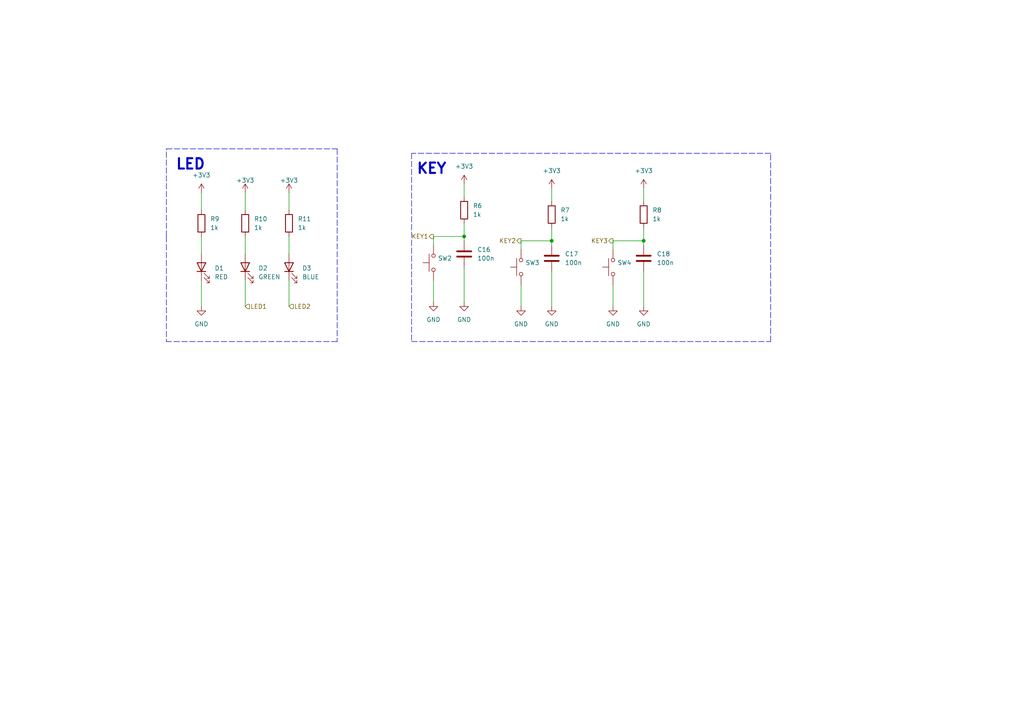
<source format=kicad_sch>
(kicad_sch (version 20211123) (generator eeschema)
  (paper "A4")
  (lib_symbols
    (symbol "Device:C" (pin_numbers hide) (pin_names (offset 0.254))
      (property "Reference" "C" (at 0.635 2.54 0))
      (property "Value" "C" (at 0.635 -2.54 0))
      (symbol "C_0_1"
        (polyline (pts (xy -2.032 -0.762) (xy 2.032 -0.762)) (stroke (width 0.508)))
        (polyline (pts (xy -2.032 0.762) (xy 2.032 0.762)) (stroke (width 0.508)))
      )
      (symbol "C_1_1"
        (pin passive line (at 0 3.81 270) (length 2.794) (name "~") (number "1"))
        (pin passive line (at 0 -3.81 90) (length 2.794) (name "~") (number "2"))
      )
    )
    (symbol "Device:LED" (pin_numbers hide) (pin_names (offset 1.016) hide)
      (property "Reference" "D" (at 0 2.54 0))
      (property "Value" "LED" (at 0 -2.54 0))
      (symbol "LED_0_1"
        (polyline (pts (xy -1.27 -1.27) (xy -1.27 1.27)) (stroke (width 0.254)))
        (polyline (pts (xy -1.27 0) (xy 1.27 0)))
        (polyline (pts (xy 1.27 -1.27) (xy 1.27 1.27) (xy -1.27 0) (xy 1.27 -1.27)) (stroke (width 0.254)))
        (polyline (pts (xy -3.048 -0.762) (xy -4.572 -2.286) (xy -3.81 -2.286) (xy -4.572 -2.286) (xy -4.572 -1.524)))
        (polyline (pts (xy -1.778 -0.762) (xy -3.302 -2.286) (xy -2.54 -2.286) (xy -3.302 -2.286) (xy -3.302 -1.524)))
      )
      (symbol "LED_1_1"
        (pin passive line (at -3.81 0 0) (length 2.54) (name "K") (number "1"))
        (pin passive line (at 3.81 0 180) (length 2.54) (name "A") (number "2"))
      )
    )
    (symbol "Device:R" (pin_numbers hide) (pin_names (offset 0))
      (property "Reference" "R" (at 2.032 0 90))
      (property "Value" "R" (at 0 0 90))
      (symbol "R_0_1"
        (rectangle (start -1.016 -2.54) (end 1.016 2.54) (stroke (width 0.254)))
      )
      (symbol "R_1_1"
        (pin passive line (at 0 3.81 270) (length 1.27) (name "~") (number "1"))
        (pin passive line (at 0 -3.81 90) (length 1.27) (name "~") (number "2"))
      )
    )
    (symbol "Switch:SW_Push" (pin_numbers hide) (pin_names (offset 1.016) hide)
      (property "Reference" "SW" (at 1.27 2.54 0))
      (property "Value" "SW_Push" (at 0 -1.524 0))
      (symbol "SW_Push_0_1"
        (circle (center -2.032 0) (radius 0.508))
        (polyline (pts (xy 0 1.27) (xy 0 3.048)))
        (polyline (pts (xy 2.54 1.27) (xy -2.54 1.27)))
        (circle (center 2.032 0) (radius 0.508))
        (pin passive line (at -5.08 0 0) (length 2.54) (name "1") (number "1"))
        (pin passive line (at 5.08 0 180) (length 2.54) (name "2") (number "2"))
      )
    )
    (symbol "power:+3V3" (power) (pin_names (offset 0))
      (property "Value" "+3V3" (at 0 3.556 0))
      (symbol "+3V3_0_1"
        (polyline (pts (xy -0.762 1.27) (xy 0 2.54)))
        (polyline (pts (xy 0 0) (xy 0 2.54)))
        (polyline (pts (xy 0 2.54) (xy 0.762 1.27)))
      )
      (symbol "+3V3_1_1"
        (pin power_in line (at 0 0 90) (length 0) hide (name "+3V3") (number "1"))
      )
    )
    (symbol "power:GND" (power) (pin_names (offset 0))
      (property "Value" "GND" (at 0 -3.81 0))
      (symbol "GND_0_1"
        (polyline (pts (xy 0 0) (xy 0 -1.27) (xy 1.27 -1.27) (xy 0 -2.54) (xy -1.27 -1.27) (xy 0 -1.27)))
      )
      (symbol "GND_1_1"
        (pin power_in line (at 0 0 270) (length 0) hide (name "GND") (number "1"))
      )
    )
  )
  (junction (at 186.69 69.85))
  (junction (at 160.02 69.85))
  (junction (at 134.62 68.58))
  (wire (pts (xy 71.12 68.58) (xy 71.12 73.66)))
  (wire (pts (xy 151.13 69.85) (xy 151.13 72.39)))
  (polyline (pts (xy 48.26 68.58) (xy 48.26 43.18)))
  (wire (pts (xy 125.73 68.58) (xy 134.62 68.58)))
  (wire (pts (xy 151.13 82.55) (xy 151.13 88.9)))
  (wire (pts (xy 71.12 55.88) (xy 71.12 60.96)))
  (wire (pts (xy 160.02 66.04) (xy 160.02 69.85)))
  (wire (pts (xy 160.02 78.74) (xy 160.02 88.9)))
  (polyline (pts (xy 97.79 99.06) (xy 48.26 99.06)))
  (wire (pts (xy 134.62 77.47) (xy 134.62 87.63)))
  (polyline (pts (xy 119.38 99.06) (xy 223.52 99.06)))
  (wire (pts (xy 71.12 81.28) (xy 71.12 88.9)))
  (wire (pts (xy 177.8 69.85) (xy 186.69 69.85)))
  (wire (pts (xy 186.69 66.04) (xy 186.69 69.85)))
  (polyline (pts (xy 223.52 44.45) (xy 119.38 44.45)))
  (wire (pts (xy 83.82 68.58) (xy 83.82 73.66)))
  (wire (pts (xy 58.42 55.88) (xy 58.42 60.96)))
  (wire (pts (xy 83.82 81.28) (xy 83.82 88.9)))
  (polyline (pts (xy 48.26 68.58) (xy 48.26 99.06)))
  (wire (pts (xy 177.8 82.55) (xy 177.8 88.9)))
  (wire (pts (xy 186.69 54.61) (xy 186.69 58.42)))
  (wire (pts (xy 125.73 68.58) (xy 125.73 71.12)))
  (wire (pts (xy 177.8 69.85) (xy 177.8 72.39)))
  (polyline (pts (xy 223.52 99.06) (xy 223.52 44.45)))
  (wire (pts (xy 134.62 64.77) (xy 134.62 68.58)))
  (wire (pts (xy 58.42 81.28) (xy 58.42 88.9)))
  (wire (pts (xy 134.62 68.58) (xy 134.62 69.85)))
  (wire (pts (xy 83.82 55.88) (xy 83.82 60.96)))
  (wire (pts (xy 160.02 69.85) (xy 160.02 71.12)))
  (polyline (pts (xy 97.79 43.18) (xy 97.79 99.06)))
  (wire (pts (xy 186.69 69.85) (xy 186.69 71.12)))
  (polyline (pts (xy 48.26 43.18) (xy 97.79 43.18)))
  (wire (pts (xy 134.62 53.34) (xy 134.62 57.15)))
  (wire (pts (xy 125.73 81.28) (xy 125.73 87.63)))
  (wire (pts (xy 186.69 78.74) (xy 186.69 88.9)))
  (polyline (pts (xy 119.38 44.45) (xy 119.38 99.06)))
  (wire (pts (xy 151.13 69.85) (xy 160.02 69.85)))
  (wire (pts (xy 160.02 54.61) (xy 160.02 58.42)))
  (wire (pts (xy 58.42 68.58) (xy 58.42 73.66)))
  (text "KEY" (at 120.65 50.8 0) (effects (font (size 3 3) bold) (justify left bottom)))
  (text "LED" (at 50.8 49.53 0) (effects (font (size 3 3) (thickness 0.6) bold) (justify left bottom)))
  (hierarchical_label "LED2" (shape input) (at 83.82 88.9 0))
  (hierarchical_label "KEY1" (shape output) (at 125.73 68.58 180))
  (hierarchical_label "KEY2" (shape output) (at 151.13 69.85 180))
  (hierarchical_label "LED1" (shape input) (at 71.12 88.9 0))
  (hierarchical_label "KEY3" (shape output) (at 177.8 69.85 180))
  (symbol (lib_id "power:+3V3") (at 186.69 54.61 0) (unit 1)
    (property "Reference" "#PWR056" (effects hide))
    (property "Value" "+3V3" (at 186.69 49.53 0))
  )
  (symbol (lib_id "Device:R") (at 83.82 64.77 0) (unit 1)
    (property "Reference" "R11" (at 86.36 63.4999 0) (effects (justify left)))
    (property "Value" "1k" (at 86.36 66.0399 0) (effects (justify left)))
    (property "Footprint" "Resistor_SMD:R_0603_1608Metric" (effects hide))
  )
  (symbol (lib_id "power:GND") (at 151.13 88.9 0) (unit 1)
    (property "Reference" "#PWR052" (effects hide))
    (property "Value" "GND" (at 151.13 93.98 0))
  )
  (symbol (lib_id "power:GND") (at 125.73 87.63 0) (unit 1)
    (property "Reference" "#PWR049" (effects hide))
    (property "Value" "GND" (at 125.73 92.71 0))
  )
  (symbol (lib_id "Device:R") (at 71.12 64.77 0) (unit 1)
    (property "Reference" "R10" (at 73.66 63.4999 0) (effects (justify left)))
    (property "Value" "1k" (at 73.66 66.0399 0) (effects (justify left)))
    (property "Footprint" "Resistor_SMD:R_0603_1608Metric" (effects hide))
  )
  (symbol (lib_id "Switch:SW_Push") (at 125.73 76.2 90) (unit 1)
    (property "Reference" "SW2" (at 127 74.9299 90) (effects (justify right)))
    (property "Value" "SW_Push" (effects hide))
  )
  (symbol (lib_id "Device:R") (at 134.62 60.96 180) (unit 1)
    (property "Reference" "R6" (at 137.16 59.6899 0) (effects (justify right)))
    (property "Value" "1k" (at 137.16 62.2299 0) (effects (justify right)))
    (property "Footprint" "Resistor_SMD:R_0603_1608Metric" (effects hide))
  )
  (symbol (lib_id "power:+3V3") (at 160.02 54.61 0) (unit 1)
    (property "Reference" "#PWR053" (effects hide))
    (property "Value" "+3V3" (at 160.02 49.53 0))
  )
  (symbol (lib_id "Device:LED") (at 71.12 77.47 90) (unit 1)
    (property "Reference" "D2" (at 74.93 77.7874 90) (effects (justify right)))
    (property "Value" "GREEN" (at 74.93 80.3274 90) (effects (justify right)))
    (property "Footprint" "LED_SMD:LED_0201_0603Metric" (effects hide))
  )
  (symbol (lib_id "power:+3V3") (at 71.12 55.88 0) (unit 1)
    (property "Reference" "#PWR047" (effects hide))
    (property "Value" "+3V3" (at 71.12 52.324 0))
  )
  (symbol (lib_id "power:GND") (at 134.62 87.63 0) (unit 1)
    (property "Reference" "#PWR051" (effects hide))
    (property "Value" "GND" (at 134.62 92.71 0))
  )
  (symbol (lib_id "Device:C") (at 134.62 73.66 0) (unit 1)
    (property "Reference" "C16" (at 138.43 72.3899 0) (effects (justify left)))
    (property "Value" "100n" (at 138.43 74.9299 0) (effects (justify left)))
    (property "Footprint" "C_0603_1608Metric" (effects hide))
  )
  (symbol (lib_id "power:GND") (at 186.69 88.9 0) (unit 1)
    (property "Reference" "#PWR057" (effects hide))
    (property "Value" "GND" (at 186.69 93.98 0))
  )
  (symbol (lib_id "Device:C") (at 160.02 74.93 0) (unit 1)
    (property "Reference" "C17" (at 163.83 73.6599 0) (effects (justify left)))
    (property "Value" "100n" (at 163.83 76.1999 0) (effects (justify left)))
    (property "Footprint" "C_0603_1608Metric" (effects hide))
  )
  (symbol (lib_id "power:GND") (at 160.02 88.9 0) (unit 1)
    (property "Reference" "#PWR054" (effects hide))
    (property "Value" "GND" (at 160.02 93.98 0))
  )
  (symbol (lib_id "Device:C") (at 186.69 74.93 0) (unit 1)
    (property "Reference" "C18" (at 190.5 73.6599 0) (effects (justify left)))
    (property "Value" "100n" (at 190.5 76.1999 0) (effects (justify left)))
    (property "Footprint" "C_0603_1608Metric" (effects hide))
  )
  (symbol (lib_id "power:+3V3") (at 83.82 55.88 0) (unit 1)
    (property "Reference" "#PWR048" (effects hide))
    (property "Value" "+3V3" (at 83.82 52.324 0))
  )
  (symbol (lib_id "Switch:SW_Push") (at 151.13 77.47 90) (unit 1)
    (property "Reference" "SW3" (at 152.4 76.1999 90) (effects (justify right)))
    (property "Value" "SW_Push" (effects hide))
  )
  (symbol (lib_id "power:+3V3") (at 58.42 55.88 0) (unit 1)
    (property "Reference" "#PWR045" (effects hide))
    (property "Value" "+3V3" (at 58.42 50.8 0))
  )
  (symbol (lib_id "power:GND") (at 177.8 88.9 0) (unit 1)
    (property "Reference" "#PWR055" (effects hide))
    (property "Value" "GND" (at 177.8 93.98 0))
  )
  (symbol (lib_id "Device:LED") (at 83.82 77.47 90) (unit 1)
    (property "Reference" "D3" (at 87.63 77.7874 90) (effects (justify right)))
    (property "Value" "BLUE" (at 87.63 80.3274 90) (effects (justify right)))
    (property "Footprint" "LED_SMD:LED_0201_0603Metric" (effects hide))
  )
  (symbol (lib_id "Device:R") (at 58.42 64.77 0) (unit 1)
    (property "Reference" "R9" (at 60.96 63.4999 0) (effects (justify left)))
    (property "Value" "1k" (at 60.96 66.0399 0) (effects (justify left)))
    (property "Footprint" "Resistor_SMD:R_0603_1608Metric" (effects hide))
  )
  (symbol (lib_id "Device:R") (at 186.69 62.23 180) (unit 1)
    (property "Reference" "R8" (at 189.23 60.9599 0) (effects (justify right)))
    (property "Value" "1k" (at 189.23 63.4999 0) (effects (justify right)))
    (property "Footprint" "Resistor_SMD:R_0603_1608Metric" (effects hide))
  )
  (symbol (lib_id "power:GND") (at 58.42 88.9 0) (unit 1)
    (property "Reference" "#PWR046" (effects hide))
    (property "Value" "GND" (at 58.42 93.98 0))
  )
  (symbol (lib_id "Device:LED") (at 58.42 77.47 90) (unit 1)
    (property "Reference" "D1" (at 62.23 77.7874 90) (effects (justify right)))
    (property "Value" "RED" (at 62.23 80.3274 90) (effects (justify right)))
    (property "Footprint" "LED_SMD:LED_0201_0603Metric" (effects hide))
  )
  (symbol (lib_id "power:+3V3") (at 134.62 53.34 0) (unit 1)
    (property "Reference" "#PWR050" (effects hide))
    (property "Value" "+3V3" (at 134.62 48.26 0))
  )
  (symbol (lib_id "Device:R") (at 160.02 62.23 180) (unit 1)
    (property "Reference" "R7" (at 162.56 60.9599 0) (effects (justify right)))
    (property "Value" "1k" (at 162.56 63.4999 0) (effects (justify right)))
    (property "Footprint" "Resistor_SMD:R_0603_1608Metric" (effects hide))
  )
  (symbol (lib_id "Switch:SW_Push") (at 177.8 77.47 90) (unit 1)
    (property "Reference" "SW4" (at 179.07 76.1999 90) (effects (justify right)))
    (property "Value" "SW_Push" (effects hide))
  )
)
</source>
